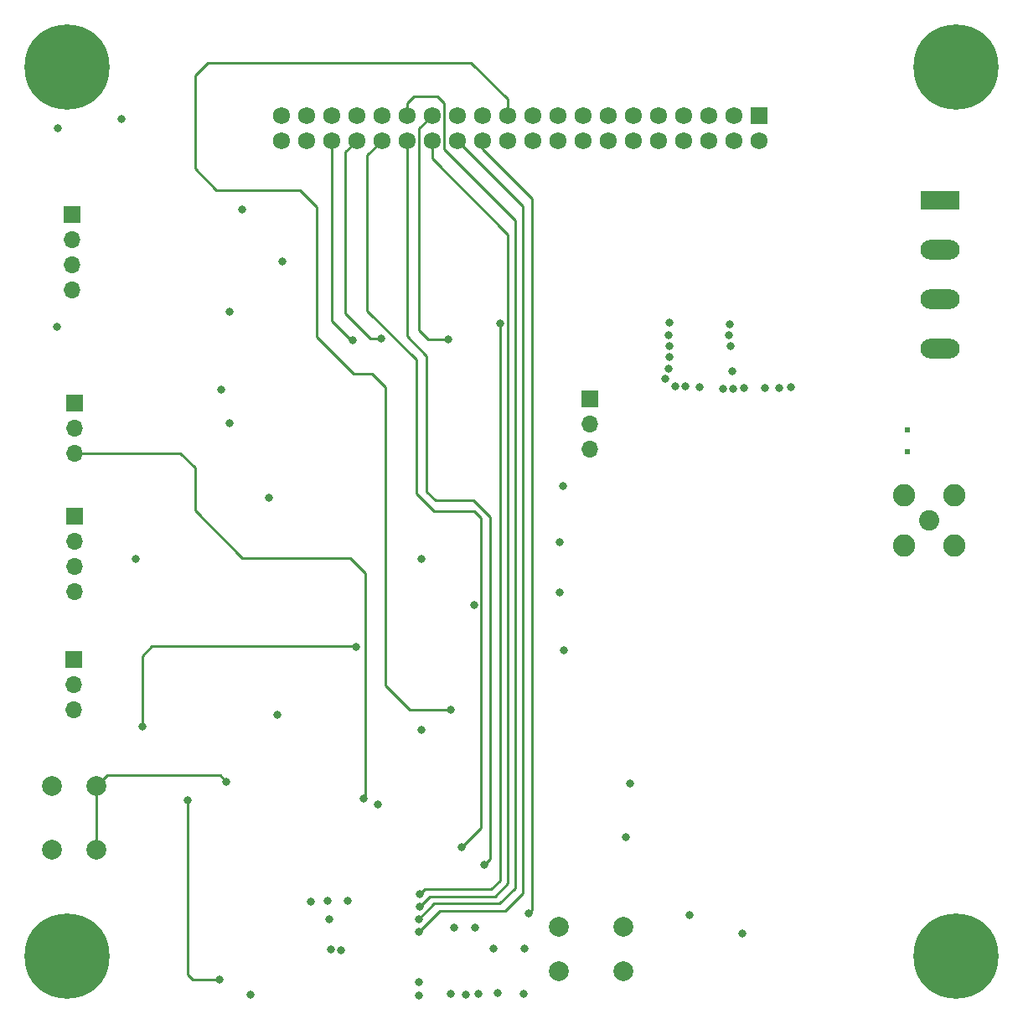
<source format=gbr>
%TF.GenerationSoftware,KiCad,Pcbnew,6.0.5-a6ca702e91~116~ubuntu22.04.1*%
%TF.CreationDate,2022-06-14T21:35:23-07:00*%
%TF.ProjectId,aprs-esp32,61707273-2d65-4737-9033-322e6b696361,v1.0.0*%
%TF.SameCoordinates,Original*%
%TF.FileFunction,Copper,L4,Bot*%
%TF.FilePolarity,Positive*%
%FSLAX46Y46*%
G04 Gerber Fmt 4.6, Leading zero omitted, Abs format (unit mm)*
G04 Created by KiCad (PCBNEW 6.0.5-a6ca702e91~116~ubuntu22.04.1) date 2022-06-14 21:35:23*
%MOMM*%
%LPD*%
G01*
G04 APERTURE LIST*
%TA.AperFunction,ComponentPad*%
%ADD10C,2.000000*%
%TD*%
%TA.AperFunction,ComponentPad*%
%ADD11C,1.725000*%
%TD*%
%TA.AperFunction,ComponentPad*%
%ADD12R,1.725000X1.725000*%
%TD*%
%TA.AperFunction,ComponentPad*%
%ADD13C,2.050000*%
%TD*%
%TA.AperFunction,ComponentPad*%
%ADD14C,2.250000*%
%TD*%
%TA.AperFunction,ComponentPad*%
%ADD15R,3.960000X1.980000*%
%TD*%
%TA.AperFunction,ComponentPad*%
%ADD16O,3.960000X1.980000*%
%TD*%
%TA.AperFunction,ComponentPad*%
%ADD17R,1.700000X1.700000*%
%TD*%
%TA.AperFunction,ComponentPad*%
%ADD18O,1.700000X1.700000*%
%TD*%
%TA.AperFunction,ComponentPad*%
%ADD19C,0.900000*%
%TD*%
%TA.AperFunction,ComponentPad*%
%ADD20C,8.600000*%
%TD*%
%TA.AperFunction,ComponentPad*%
%ADD21C,0.610000*%
%TD*%
%TA.AperFunction,ViaPad*%
%ADD22C,0.800000*%
%TD*%
%TA.AperFunction,Conductor*%
%ADD23C,0.292100*%
%TD*%
G04 APERTURE END LIST*
D10*
%TO.P,SW2,2,2*%
%TO.N,ESP_PROG*%
X28065000Y-97715000D03*
X28065000Y-104215000D03*
%TO.P,SW2,1,1*%
%TO.N,GND*%
X23565000Y-97715000D03*
X23565000Y-104215000D03*
%TD*%
D11*
%TO.P,J5,40,40*%
%TO.N,GPS_RX*%
X46740000Y-32540000D03*
%TO.P,J5,39,39*%
%TO.N,GPS_TX*%
X46740000Y-30000000D03*
%TO.P,J5,38,38*%
%TO.N,GPIO23*%
X49280000Y-32540000D03*
%TO.P,J5,37,37*%
%TO.N,ONE_WIRE*%
X49280000Y-30000000D03*
%TO.P,J5,36,36*%
%TO.N,GPIO015*%
X51820000Y-32540000D03*
%TO.P,J5,35,35*%
%TO.N,I2C_SA*%
X51820000Y-30000000D03*
%TO.P,J5,34,34*%
%TO.N,GPIO012*%
X54360000Y-32540000D03*
%TO.P,J5,33,33*%
%TO.N,I2C_SCL*%
X54360000Y-30000000D03*
%TO.P,J5,32,32*%
%TO.N,GPIO27*%
X56900000Y-32540000D03*
%TO.P,J5,31,31*%
%TO.N,unconnected-(J5-Pad31)*%
X56900000Y-30000000D03*
%TO.P,J5,30,30*%
%TO.N,GPIO26*%
X59440000Y-32540000D03*
%TO.P,J5,29,29*%
%TO.N,GPIO35*%
X59440000Y-30000000D03*
%TO.P,J5,28,28*%
%TO.N,GPIO032*%
X61980000Y-32540000D03*
%TO.P,J5,27,27*%
%TO.N,AF_OUT*%
X61980000Y-30000000D03*
%TO.P,J5,26,26*%
%TO.N,GPIO34*%
X64520000Y-32540000D03*
%TO.P,J5,25,25*%
%TO.N,unconnected-(J5-Pad25)*%
X64520000Y-30000000D03*
%TO.P,J5,24,24*%
%TO.N,AUDIO_IN*%
X67060000Y-32540000D03*
%TO.P,J5,23,23*%
%TO.N,unconnected-(J5-Pad23)*%
X67060000Y-30000000D03*
%TO.P,J5,22,22*%
%TO.N,unconnected-(J5-Pad22)*%
X69600000Y-32540000D03*
%TO.P,J5,21,21*%
%TO.N,SQ*%
X69600000Y-30000000D03*
%TO.P,J5,20,20*%
%TO.N,4V_E*%
X72140000Y-32540000D03*
%TO.P,J5,19,19*%
X72140000Y-30000000D03*
%TO.P,J5,18,18*%
X74680000Y-32540000D03*
%TO.P,J5,17,17*%
X74680000Y-30000000D03*
%TO.P,J5,16,16*%
%TO.N,+3V3_E*%
X77220000Y-32540000D03*
%TO.P,J5,15,15*%
X77220000Y-30000000D03*
%TO.P,J5,14,14*%
X79760000Y-32540000D03*
%TO.P,J5,13,13*%
X79760000Y-30000000D03*
%TO.P,J5,12,12*%
%TO.N,+3V3*%
X82300000Y-32540000D03*
%TO.P,J5,11,11*%
X82300000Y-30000000D03*
%TO.P,J5,10,10*%
X84840000Y-32540000D03*
%TO.P,J5,9,9*%
X84840000Y-30000000D03*
%TO.P,J5,8,8*%
%TO.N,GND*%
X87380000Y-32540000D03*
%TO.P,J5,7,7*%
X87380000Y-30000000D03*
%TO.P,J5,6,6*%
X89920000Y-32540000D03*
%TO.P,J5,5,5*%
X89920000Y-30000000D03*
%TO.P,J5,4,4*%
%TO.N,+4V*%
X92460000Y-32540000D03*
%TO.P,J5,3,3*%
X92460000Y-30000000D03*
%TO.P,J5,2,2*%
X95000000Y-32540000D03*
D12*
%TO.P,J5,1,1*%
X95000000Y-30000000D03*
%TD*%
D13*
%TO.P,J7,1,In*%
%TO.N,/RF_OUT*%
X112186370Y-70945645D03*
D14*
%TO.P,J7,2,Ext*%
%TO.N,GND*%
X114726370Y-73485645D03*
X109646370Y-73485645D03*
X114726370Y-68405645D03*
X109646370Y-68405645D03*
%TD*%
D15*
%TO.P,J3,1,Pin_1*%
%TO.N,+4V*%
X113345000Y-38545000D03*
D16*
%TO.P,J3,2,Pin_2*%
%TO.N,GND*%
X113345000Y-43545000D03*
%TO.P,J3,3,Pin_3*%
X113345000Y-48545000D03*
%TO.P,J3,4,Pin_4*%
%TO.N,+3V3*%
X113345000Y-53545000D03*
%TD*%
D17*
%TO.P,J8,1,Pin_1*%
%TO.N,ESP_TX*%
X25798507Y-85003164D03*
D18*
%TO.P,J8,2,Pin_2*%
%TO.N,ESP_RX*%
X25798507Y-87543164D03*
%TO.P,J8,3,Pin_3*%
%TO.N,GND*%
X25798507Y-90083164D03*
%TD*%
D17*
%TO.P,J6,1,Pin_1*%
%TO.N,unconnected-(J6-Pad1)*%
X77940218Y-58596018D03*
D18*
%TO.P,J6,2,Pin_2*%
%TO.N,GND*%
X77940218Y-61136018D03*
%TO.P,J6,3,Pin_3*%
%TO.N,/RF_HI_ENA*%
X77940218Y-63676018D03*
%TD*%
D19*
%TO.P,H4,1,1*%
%TO.N,GND*%
X118145000Y-114920000D03*
D20*
X114920000Y-114920000D03*
D19*
X112639581Y-117200419D03*
X111695000Y-114920000D03*
X117200419Y-117200419D03*
X114920000Y-111695000D03*
X117200419Y-112639581D03*
X114920000Y-118145000D03*
X112639581Y-112639581D03*
%TD*%
D21*
%TO.P,FL1,4,GND*%
%TO.N,GND*%
X110051659Y-61761266D03*
%TO.P,FL1,2,GND*%
X110051659Y-63971266D03*
%TD*%
D20*
%TO.P,H3,1,1*%
%TO.N,GND*%
X25080000Y-114920000D03*
D19*
X21855000Y-114920000D03*
X25080000Y-118145000D03*
X27360419Y-112639581D03*
X27360419Y-117200419D03*
X22799581Y-117200419D03*
X22799581Y-112639581D03*
X28305000Y-114920000D03*
X25080000Y-111695000D03*
%TD*%
D17*
%TO.P,J2,1,Pin_1*%
%TO.N,+3V3*%
X25885000Y-59025000D03*
D18*
%TO.P,J2,2,Pin_2*%
%TO.N,GND*%
X25885000Y-61565000D03*
%TO.P,J2,3,Pin_3*%
%TO.N,ONE_WIRE*%
X25885000Y-64105000D03*
%TD*%
D17*
%TO.P,J4,1,Pin_1*%
%TO.N,+3V3*%
X25592860Y-39985000D03*
D18*
%TO.P,J4,2,Pin_2*%
%TO.N,I2C_SCL*%
X25592860Y-42525000D03*
%TO.P,J4,3,Pin_3*%
%TO.N,I2C_SA*%
X25592860Y-45065000D03*
%TO.P,J4,4,Pin_4*%
%TO.N,GND*%
X25592860Y-47605000D03*
%TD*%
D19*
%TO.P,H2,1,1*%
%TO.N,GND*%
X27360419Y-22799581D03*
D20*
X25080000Y-25080000D03*
D19*
X21855000Y-25080000D03*
X27360419Y-27360419D03*
X22799581Y-27360419D03*
X25080000Y-28305000D03*
X22799581Y-22799581D03*
X25080000Y-21855000D03*
X28305000Y-25080000D03*
%TD*%
%TO.P,H1,1,1*%
%TO.N,GND*%
X118145000Y-25080000D03*
X111695000Y-25080000D03*
D20*
X114920000Y-25080000D03*
D19*
X117200419Y-27360419D03*
X114920000Y-28305000D03*
X117200419Y-22799581D03*
X114920000Y-21855000D03*
X112639581Y-27360419D03*
X112639581Y-22799581D03*
%TD*%
D17*
%TO.P,J1,1,Pin_1*%
%TO.N,+3V3*%
X25885000Y-70455000D03*
D18*
%TO.P,J1,2,Pin_2*%
%TO.N,GPS_TX*%
X25885000Y-72995000D03*
%TO.P,J1,3,Pin_3*%
%TO.N,GPS_RX*%
X25885000Y-75535000D03*
%TO.P,J1,4,Pin_4*%
%TO.N,GND*%
X25885000Y-78075000D03*
%TD*%
D10*
%TO.P,SW1,1,1*%
%TO.N,GND*%
X81299009Y-111952171D03*
X74799009Y-111952171D03*
%TO.P,SW1,2,2*%
%TO.N,ESP_ENA*%
X74799009Y-116452171D03*
X81299009Y-116452171D03*
%TD*%
D22*
%TO.N,+3V3*%
X24105000Y-51365000D03*
X66245000Y-79465000D03*
X60905000Y-74815000D03*
%TO.N,GND*%
X43615000Y-118835000D03*
X81595000Y-102945000D03*
X81985000Y-97475000D03*
X95615000Y-57545000D03*
%TO.N,+3V3*%
X41535000Y-61135000D03*
X41485000Y-49855000D03*
X42745000Y-39505000D03*
X24125000Y-31305000D03*
X30585000Y-30395000D03*
X46865000Y-44735000D03*
X40685000Y-57675000D03*
X45485000Y-68605000D03*
%TO.N,AF_OUT*%
X63635000Y-52585000D03*
%TO.N,RADIO_RX_LOW*%
X54265000Y-83665000D03*
X32695000Y-91765000D03*
%TO.N,SQ*%
X63895000Y-90015000D03*
%TO.N,GPIO015*%
X53965000Y-52685000D03*
%TO.N,ONE_WIRE*%
X55095275Y-99024725D03*
%TO.N,PTT_LOW*%
X68845000Y-51045000D03*
%TO.N,+4V*%
X75185000Y-67445000D03*
%TO.N,GND*%
X56485000Y-99645000D03*
X46305000Y-90525000D03*
%TO.N,GPIO23*%
X37305000Y-99185000D03*
%TO.N,AUDIO_IN*%
X71755000Y-110595000D03*
%TO.N,PTT_LOW*%
X60759200Y-108707400D03*
%TO.N,GPIO27*%
X65005000Y-103945000D03*
%TO.N,ESP_PROG*%
X41205000Y-97295000D03*
%TO.N,GND*%
X60905000Y-92105000D03*
X51745000Y-114305000D03*
X98255000Y-57435000D03*
X92035000Y-51065000D03*
X93495000Y-57535000D03*
X53494800Y-109367800D03*
X65375000Y-118825000D03*
X92135000Y-53275000D03*
X66685000Y-118785000D03*
X91945000Y-52185000D03*
X97095000Y-57515000D03*
X51589800Y-111247400D03*
X51412000Y-109393200D03*
X91375000Y-57645000D03*
X71195000Y-118715000D03*
X87965000Y-110755000D03*
X63855000Y-118765000D03*
X92315000Y-55805000D03*
X49761000Y-109418600D03*
X32065000Y-74845000D03*
X68585000Y-118665000D03*
X52745000Y-114315000D03*
X60615000Y-118935000D03*
X92435000Y-57605000D03*
%TO.N,+4V*%
X85895000Y-55555000D03*
X85895000Y-52205000D03*
X85955000Y-50895000D03*
X75295000Y-84035000D03*
X85955000Y-54425000D03*
X85975000Y-53345000D03*
X74885000Y-78175000D03*
X86545000Y-57405000D03*
X88995000Y-57435000D03*
X87545000Y-57405000D03*
X85565000Y-56585000D03*
X74908800Y-73130400D03*
%TO.N,GPIO34*%
X60638928Y-112491072D03*
%TO.N,GPIO032*%
X60718928Y-109951072D03*
%TO.N,GPIO012*%
X56805000Y-52545000D03*
%TO.N,GPIO26*%
X67225000Y-105745000D03*
%TO.N,GPIO35*%
X60628928Y-111221072D03*
%TO.N,+3V3*%
X71285000Y-114185000D03*
X60675000Y-117545000D03*
X68145000Y-114195000D03*
X64185000Y-112055000D03*
X93345000Y-112635000D03*
X66335000Y-112045000D03*
%TO.N,GPIO23*%
X40495000Y-117325000D03*
%TD*%
D23*
%TO.N,GPIO26*%
X67875000Y-70615000D02*
X66155000Y-68895000D01*
X66155000Y-68895000D02*
X62335000Y-68895000D01*
X62335000Y-68895000D02*
X61455000Y-68015000D01*
X61455000Y-68015000D02*
X61455000Y-54285000D01*
X61455000Y-54285000D02*
X59475000Y-52305000D01*
X59475000Y-52305000D02*
X59475000Y-32575000D01*
X59475000Y-32575000D02*
X59440000Y-32540000D01*
%TO.N,PTT_LOW*%
X67955000Y-108195000D02*
X68835000Y-107315000D01*
X68835000Y-107315000D02*
X68845000Y-107315000D01*
%TO.N,SQ*%
X65902747Y-24665000D02*
X39315000Y-24665000D01*
%TO.N,AF_OUT*%
X61565000Y-52585000D02*
X60665000Y-51685000D01*
X60665000Y-31315000D02*
X61980000Y-30000000D01*
X63635000Y-52585000D02*
X61565000Y-52585000D01*
X60665000Y-51685000D02*
X60665000Y-31315000D01*
%TO.N,RADIO_RX_LOW*%
X54265000Y-83665000D02*
X54225000Y-83625000D01*
X54225000Y-83625000D02*
X33675000Y-83625000D01*
X33675000Y-83625000D02*
X32695000Y-84605000D01*
X32695000Y-84605000D02*
X32695000Y-91765000D01*
%TO.N,SQ*%
X39315000Y-24665000D02*
X38025000Y-25955000D01*
X38025000Y-25955000D02*
X38025000Y-35385000D01*
X57275000Y-87575000D02*
X59715000Y-90015000D01*
X38025000Y-35385000D02*
X40175000Y-37535000D01*
X50345000Y-39215000D02*
X50345000Y-52375000D01*
X55945000Y-56105000D02*
X57275000Y-57435000D01*
X40175000Y-37535000D02*
X48665000Y-37535000D01*
X50345000Y-52375000D02*
X54075000Y-56105000D01*
X48665000Y-37535000D02*
X50345000Y-39215000D01*
X59715000Y-90015000D02*
X63895000Y-90015000D01*
X54075000Y-56105000D02*
X55945000Y-56105000D01*
X57275000Y-57435000D02*
X57275000Y-87575000D01*
%TO.N,ONE_WIRE*%
X25885000Y-64105000D02*
X36545000Y-64105000D01*
X36545000Y-64105000D02*
X38015000Y-65575000D01*
X38015000Y-65575000D02*
X38015000Y-69895000D01*
X38015000Y-69895000D02*
X42825000Y-74705000D01*
X42825000Y-74705000D02*
X53735000Y-74705000D01*
X53735000Y-74705000D02*
X55245000Y-76215000D01*
X55245000Y-76215000D02*
X55245000Y-98875000D01*
X55245000Y-98875000D02*
X55095275Y-99024725D01*
%TO.N,SQ*%
X69600000Y-30000000D02*
X69600000Y-28362253D01*
X69600000Y-28362253D02*
X65902747Y-24665000D01*
%TO.N,AUDIO_IN*%
X67060000Y-32540000D02*
X67060000Y-33390000D01*
X67060000Y-33390000D02*
X72065000Y-38395000D01*
X72065000Y-38395000D02*
X72065000Y-110285000D01*
X72065000Y-110285000D02*
X71755000Y-110595000D01*
%TO.N,GPIO34*%
X71165000Y-108575000D02*
X71165000Y-39595000D01*
X64520000Y-32540000D02*
X71165000Y-39185000D01*
X71165000Y-39185000D02*
X71165000Y-39595000D01*
%TO.N,PTT_LOW*%
X68845000Y-51045000D02*
X68845000Y-107315000D01*
%TO.N,GPIO032*%
X60718928Y-109951072D02*
X61725000Y-108945000D01*
X61725000Y-108945000D02*
X68325000Y-108945000D01*
X68325000Y-108945000D02*
X69665000Y-107605000D01*
X69665000Y-107605000D02*
X69665000Y-42065000D01*
X69665000Y-42065000D02*
X61980000Y-34380000D01*
X61980000Y-34380000D02*
X61980000Y-32540000D01*
%TO.N,GPIO34*%
X60638928Y-112491072D02*
X62775000Y-110355000D01*
X62775000Y-110355000D02*
X69385000Y-110355000D01*
X69385000Y-110355000D02*
X71165000Y-108575000D01*
%TO.N,GPIO27*%
X56900000Y-32540000D02*
X55435000Y-34005000D01*
X55435000Y-34005000D02*
X55435000Y-49715000D01*
X62195000Y-69975000D02*
X66235000Y-69975000D01*
X55435000Y-49715000D02*
X60405000Y-54685000D01*
X66945000Y-102005000D02*
X65005000Y-103945000D01*
X60405000Y-54685000D02*
X60405000Y-68185000D01*
X66945000Y-70685000D02*
X66945000Y-102005000D01*
X60405000Y-68185000D02*
X62195000Y-69975000D01*
X66235000Y-69975000D02*
X66945000Y-70685000D01*
%TO.N,GPIO012*%
X54360000Y-32540000D02*
X53225000Y-33675000D01*
X55745000Y-52545000D02*
X56805000Y-52545000D01*
X53225000Y-33675000D02*
X53225000Y-50025000D01*
X53225000Y-50025000D02*
X55745000Y-52545000D01*
%TO.N,GPIO015*%
X53965000Y-52685000D02*
X53755000Y-52685000D01*
X53755000Y-52685000D02*
X51820000Y-50750000D01*
X51820000Y-50750000D02*
X51820000Y-32540000D01*
%TO.N,GPIO26*%
X67225000Y-105745000D02*
X67885000Y-105085000D01*
X67885000Y-105085000D02*
X67885000Y-70635000D01*
%TO.N,PTT_LOW*%
X61271600Y-108195000D02*
X60759200Y-108707400D01*
X67955000Y-108195000D02*
X61271600Y-108195000D01*
%TO.N,GPIO35*%
X60628928Y-111221072D02*
X62215000Y-109635000D01*
X62215000Y-109635000D02*
X68805000Y-109635000D01*
X68805000Y-109635000D02*
X70375000Y-108065000D01*
X62485000Y-28055000D02*
X60125000Y-28055000D01*
X70375000Y-108065000D02*
X70375000Y-40565000D01*
X70375000Y-40565000D02*
X63205000Y-33395000D01*
X63205000Y-33395000D02*
X63205000Y-28775000D01*
X59440000Y-28740000D02*
X59440000Y-30000000D01*
X63205000Y-28775000D02*
X62485000Y-28055000D01*
X60125000Y-28055000D02*
X59440000Y-28740000D01*
%TO.N,GPIO23*%
X37275000Y-99215000D02*
X37275000Y-116135000D01*
X37305000Y-99185000D02*
X37275000Y-99215000D01*
X40495000Y-117325000D02*
X37815000Y-117325000D01*
X37275000Y-116785000D02*
X37275000Y-116145000D01*
X37815000Y-117325000D02*
X37275000Y-116785000D01*
%TO.N,ESP_PROG*%
X41205000Y-97295000D02*
X40565000Y-96655000D01*
X40565000Y-96655000D02*
X29125000Y-96655000D01*
X29125000Y-96655000D02*
X28065000Y-97715000D01*
X28065000Y-97715000D02*
X28065000Y-104215000D01*
%TD*%
M02*

</source>
